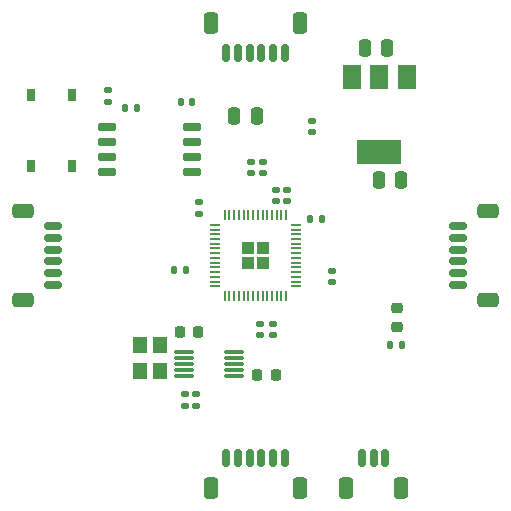
<source format=gtp>
G04 #@! TF.GenerationSoftware,KiCad,Pcbnew,8.0.7*
G04 #@! TF.CreationDate,2025-03-19T21:21:16+01:00*
G04 #@! TF.ProjectId,RP2040_minimal_r2,52503230-3430-45f6-9d69-6e696d616c5f,REV2*
G04 #@! TF.SameCoordinates,Original*
G04 #@! TF.FileFunction,Paste,Top*
G04 #@! TF.FilePolarity,Positive*
%FSLAX46Y46*%
G04 Gerber Fmt 4.6, Leading zero omitted, Abs format (unit mm)*
G04 Created by KiCad (PCBNEW 8.0.7) date 2025-03-19 21:21:16*
%MOMM*%
%LPD*%
G01*
G04 APERTURE LIST*
G04 Aperture macros list*
%AMRoundRect*
0 Rectangle with rounded corners*
0 $1 Rounding radius*
0 $2 $3 $4 $5 $6 $7 $8 $9 X,Y pos of 4 corners*
0 Add a 4 corners polygon primitive as box body*
4,1,4,$2,$3,$4,$5,$6,$7,$8,$9,$2,$3,0*
0 Add four circle primitives for the rounded corners*
1,1,$1+$1,$2,$3*
1,1,$1+$1,$4,$5*
1,1,$1+$1,$6,$7*
1,1,$1+$1,$8,$9*
0 Add four rect primitives between the rounded corners*
20,1,$1+$1,$2,$3,$4,$5,0*
20,1,$1+$1,$4,$5,$6,$7,0*
20,1,$1+$1,$6,$7,$8,$9,0*
20,1,$1+$1,$8,$9,$2,$3,0*%
G04 Aperture macros list end*
%ADD10RoundRect,0.250000X-0.250000X-0.475000X0.250000X-0.475000X0.250000X0.475000X-0.250000X0.475000X0*%
%ADD11RoundRect,0.140000X0.170000X-0.140000X0.170000X0.140000X-0.170000X0.140000X-0.170000X-0.140000X0*%
%ADD12RoundRect,0.140000X0.140000X0.170000X-0.140000X0.170000X-0.140000X-0.170000X0.140000X-0.170000X0*%
%ADD13RoundRect,0.135000X0.135000X0.185000X-0.135000X0.185000X-0.135000X-0.185000X0.135000X-0.185000X0*%
%ADD14R,1.500000X2.000000*%
%ADD15R,3.800000X2.000000*%
%ADD16RoundRect,0.150000X-0.650000X-0.150000X0.650000X-0.150000X0.650000X0.150000X-0.650000X0.150000X0*%
%ADD17RoundRect,0.135000X0.185000X-0.135000X0.185000X0.135000X-0.185000X0.135000X-0.185000X-0.135000X0*%
%ADD18RoundRect,0.140000X-0.170000X0.140000X-0.170000X-0.140000X0.170000X-0.140000X0.170000X0.140000X0*%
%ADD19RoundRect,0.250000X-0.292217X-0.292217X0.292217X-0.292217X0.292217X0.292217X-0.292217X0.292217X0*%
%ADD20RoundRect,0.050000X-0.387500X-0.050000X0.387500X-0.050000X0.387500X0.050000X-0.387500X0.050000X0*%
%ADD21RoundRect,0.050000X-0.050000X-0.387500X0.050000X-0.387500X0.050000X0.387500X-0.050000X0.387500X0*%
%ADD22RoundRect,0.140000X-0.140000X-0.170000X0.140000X-0.170000X0.140000X0.170000X-0.140000X0.170000X0*%
%ADD23RoundRect,0.150000X0.150000X0.625000X-0.150000X0.625000X-0.150000X-0.625000X0.150000X-0.625000X0*%
%ADD24RoundRect,0.250000X0.350000X0.650000X-0.350000X0.650000X-0.350000X-0.650000X0.350000X-0.650000X0*%
%ADD25R,1.200000X1.400000*%
%ADD26RoundRect,0.135000X-0.185000X0.135000X-0.185000X-0.135000X0.185000X-0.135000X0.185000X0.135000X0*%
%ADD27RoundRect,0.218750X-0.256250X0.218750X-0.256250X-0.218750X0.256250X-0.218750X0.256250X0.218750X0*%
%ADD28RoundRect,0.225000X-0.225000X-0.250000X0.225000X-0.250000X0.225000X0.250000X-0.225000X0.250000X0*%
%ADD29RoundRect,0.150000X0.625000X-0.150000X0.625000X0.150000X-0.625000X0.150000X-0.625000X-0.150000X0*%
%ADD30RoundRect,0.250000X0.650000X-0.350000X0.650000X0.350000X-0.650000X0.350000X-0.650000X-0.350000X0*%
%ADD31RoundRect,0.150000X-0.625000X0.150000X-0.625000X-0.150000X0.625000X-0.150000X0.625000X0.150000X0*%
%ADD32RoundRect,0.250000X-0.650000X0.350000X-0.650000X-0.350000X0.650000X-0.350000X0.650000X0.350000X0*%
%ADD33R,0.750000X1.000000*%
%ADD34RoundRect,0.087500X-0.725000X-0.087500X0.725000X-0.087500X0.725000X0.087500X-0.725000X0.087500X0*%
%ADD35RoundRect,0.150000X-0.150000X-0.625000X0.150000X-0.625000X0.150000X0.625000X-0.150000X0.625000X0*%
%ADD36RoundRect,0.250000X-0.350000X-0.650000X0.350000X-0.650000X0.350000X0.650000X-0.350000X0.650000X0*%
G04 APERTURE END LIST*
D10*
X110450000Y-93600000D03*
X112350000Y-93600000D03*
D11*
X102700000Y-95380000D03*
X102700000Y-94420000D03*
X101700000Y-95380000D03*
X101700000Y-94420000D03*
D12*
X94095000Y-101200000D03*
X93135000Y-101200000D03*
X94615000Y-87000000D03*
X93655000Y-87000000D03*
D13*
X90010000Y-87500000D03*
X88990000Y-87500000D03*
D14*
X112800000Y-84900000D03*
X110500000Y-84900000D03*
D15*
X110500000Y-91200000D03*
D14*
X108200000Y-84900000D03*
D16*
X87400000Y-89095000D03*
X87400000Y-90365000D03*
X87400000Y-91635000D03*
X87400000Y-92905000D03*
X94600000Y-92905000D03*
X94600000Y-91635000D03*
X94600000Y-90365000D03*
X94600000Y-89095000D03*
D17*
X87500000Y-87010000D03*
X87500000Y-85990000D03*
D11*
X100600000Y-93000000D03*
X100600000Y-92040000D03*
D18*
X106500000Y-101290000D03*
X106500000Y-102250000D03*
X100381000Y-105770000D03*
X100381000Y-106730000D03*
X101500000Y-105770000D03*
X101500000Y-106730000D03*
D10*
X109250000Y-82400000D03*
X111150000Y-82400000D03*
D11*
X95200000Y-96460000D03*
X95200000Y-95500000D03*
X104800000Y-89545000D03*
X104800000Y-88585000D03*
D19*
X99362500Y-99362500D03*
X99362500Y-100637500D03*
X100637500Y-99362500D03*
X100637500Y-100637500D03*
D20*
X96562500Y-97400000D03*
X96562500Y-97800000D03*
X96562500Y-98200000D03*
X96562500Y-98600000D03*
X96562500Y-99000000D03*
X96562500Y-99400000D03*
X96562500Y-99800000D03*
X96562500Y-100200000D03*
X96562500Y-100600000D03*
X96562500Y-101000000D03*
X96562500Y-101400000D03*
X96562500Y-101800000D03*
X96562500Y-102200000D03*
X96562500Y-102600000D03*
D21*
X97400000Y-103437500D03*
X97800000Y-103437500D03*
X98200000Y-103437500D03*
X98600000Y-103437500D03*
X99000000Y-103437500D03*
X99400000Y-103437500D03*
X99800000Y-103437500D03*
X100200000Y-103437500D03*
X100600000Y-103437500D03*
X101000000Y-103437500D03*
X101400000Y-103437500D03*
X101800000Y-103437500D03*
X102200000Y-103437500D03*
X102600000Y-103437500D03*
D20*
X103437500Y-102600000D03*
X103437500Y-102200000D03*
X103437500Y-101800000D03*
X103437500Y-101400000D03*
X103437500Y-101000000D03*
X103437500Y-100600000D03*
X103437500Y-100200000D03*
X103437500Y-99800000D03*
X103437500Y-99400000D03*
X103437500Y-99000000D03*
X103437500Y-98600000D03*
X103437500Y-98200000D03*
X103437500Y-97800000D03*
X103437500Y-97400000D03*
D21*
X102600000Y-96562500D03*
X102200000Y-96562500D03*
X101800000Y-96562500D03*
X101400000Y-96562500D03*
X101000000Y-96562500D03*
X100600000Y-96562500D03*
X100200000Y-96562500D03*
X99800000Y-96562500D03*
X99400000Y-96562500D03*
X99000000Y-96562500D03*
X98600000Y-96562500D03*
X98200000Y-96562500D03*
X97800000Y-96562500D03*
X97400000Y-96562500D03*
D11*
X99600000Y-93000000D03*
X99600000Y-92040000D03*
D22*
X104640000Y-96900000D03*
X105600000Y-96900000D03*
D10*
X98200000Y-88200000D03*
X100100000Y-88200000D03*
D23*
X102500000Y-117175000D03*
X101500000Y-117175000D03*
X100500000Y-117175000D03*
X99500000Y-117175000D03*
X98500000Y-117175000D03*
X97500000Y-117175000D03*
D24*
X103800000Y-119700000D03*
X96200000Y-119700000D03*
D25*
X91950000Y-109800000D03*
X91950000Y-107600000D03*
X90250000Y-107600000D03*
X90250000Y-109800000D03*
D26*
X94000000Y-111690000D03*
X94000000Y-112710000D03*
D27*
X112000000Y-104450000D03*
X112000000Y-106025000D03*
D26*
X95000000Y-111690000D03*
X95000000Y-112710000D03*
D28*
X100150000Y-110100000D03*
X101700000Y-110100000D03*
D23*
X111000000Y-117175000D03*
X110000000Y-117175000D03*
X109000000Y-117175000D03*
D24*
X112300000Y-119700000D03*
X107700000Y-119700000D03*
D29*
X82825000Y-102500000D03*
X82825000Y-101500000D03*
X82825000Y-100500000D03*
X82825000Y-99500000D03*
X82825000Y-98500000D03*
X82825000Y-97500000D03*
D30*
X80300000Y-103800000D03*
X80300000Y-96200000D03*
D28*
X93625000Y-106500000D03*
X95175000Y-106500000D03*
D31*
X117175000Y-97500000D03*
X117175000Y-98500000D03*
X117175000Y-99500000D03*
X117175000Y-100500000D03*
X117175000Y-101500000D03*
X117175000Y-102500000D03*
D32*
X119700000Y-96200000D03*
X119700000Y-103800000D03*
D33*
X81000000Y-92400000D03*
X81000000Y-86400000D03*
X84500000Y-92400000D03*
X84500000Y-86400000D03*
D13*
X112400000Y-107537500D03*
X111380000Y-107537500D03*
D34*
X93987500Y-108200000D03*
X93987500Y-108700000D03*
X93987500Y-109200000D03*
X93987500Y-109700000D03*
X93987500Y-110200000D03*
X98212500Y-110200000D03*
X98212500Y-109700000D03*
X98212500Y-109200000D03*
X98212500Y-108700000D03*
X98212500Y-108200000D03*
D35*
X97500000Y-82825000D03*
X98500000Y-82825000D03*
X99500000Y-82825000D03*
X100500000Y-82825000D03*
X101500000Y-82825000D03*
X102500000Y-82825000D03*
D36*
X96200000Y-80300000D03*
X103800000Y-80300000D03*
M02*

</source>
